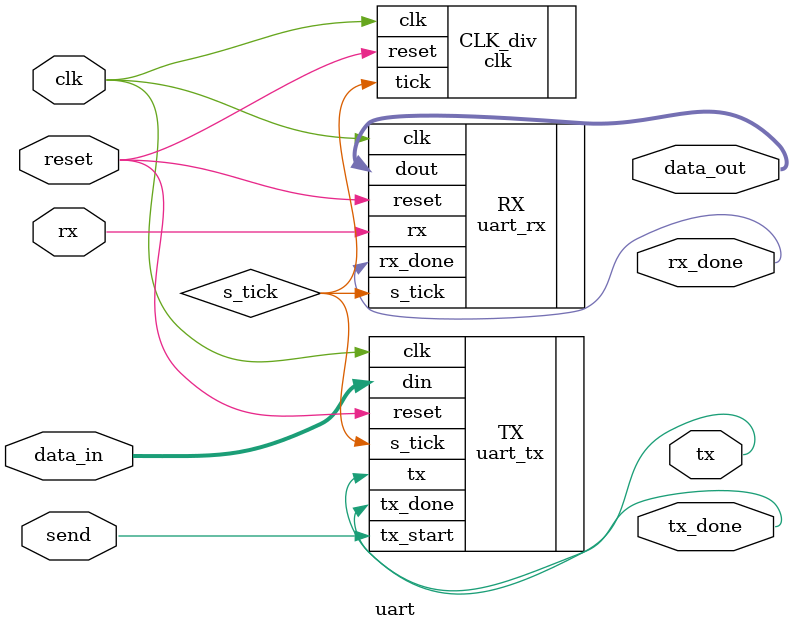
<source format=v>
`timescale 1ns / 1ps

module uart #(parameter DVSR = 651,DATA_WIDTH = 8) (
    input wire clk,reset,
    input wire rx,send,
    input wire [DATA_WIDTH-1:0]data_in,
    output wire [DATA_WIDTH-1:0]data_out,
    output wire rx_done,tx_done,
    output wire tx
    );
    
    wire s_tick;
    wire [DATA_WIDTH-1:0]rx_reg;
    
    clk #(.DVSR(DVSR)) CLK_div(
        .clk(clk),
        .reset(reset),
        .tick(s_tick)
    );
    
    uart_rx #(.DATA_WIDTH(DATA_WIDTH)) RX(
        .clk(clk),
        .reset(reset),
        .s_tick(s_tick),
        .rx(rx),
        .dout(data_out),
        .rx_done(rx_done)
    );
        
    uart_tx #(.DATA_WIDTH(DATA_WIDTH)) TX(
        .clk(clk),
        .reset(reset),
        .s_tick(s_tick),
        .din(data_in),
        .tx_start(send),
        .tx(tx),
        .tx_done(tx_done)
    );
    
endmodule

</source>
